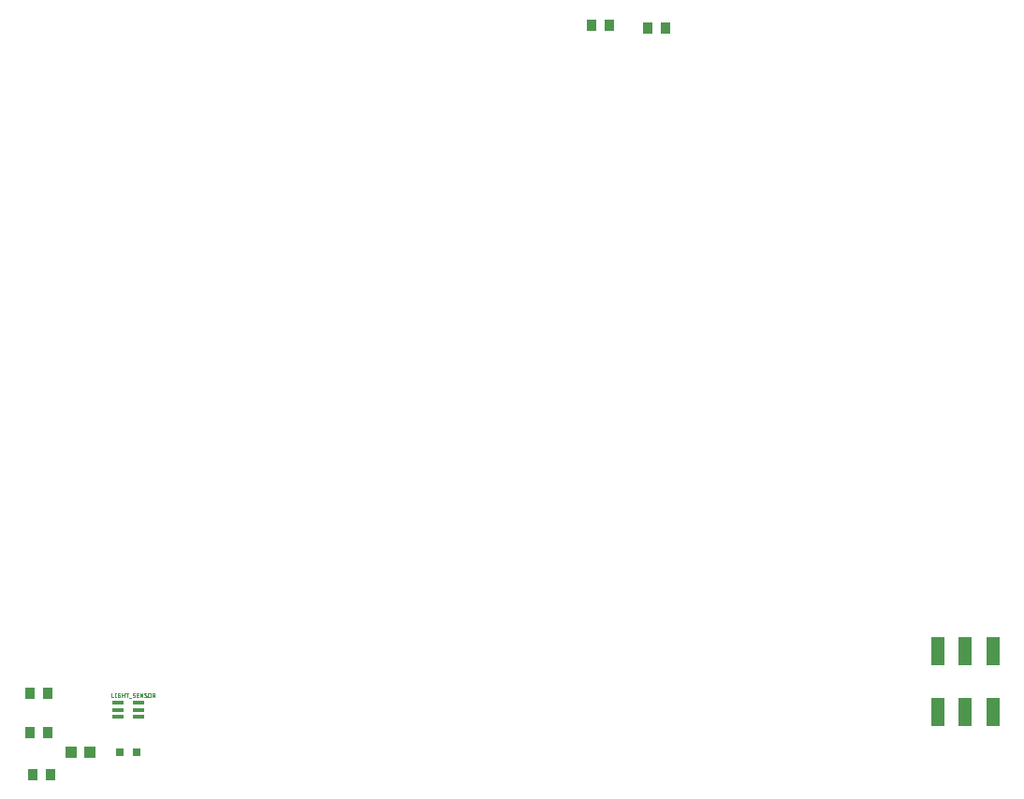
<source format=gbr>
G04 EAGLE Gerber RS-274X export*
G75*
%MOMM*%
%FSLAX34Y34*%
%LPD*%
%INSolderpaste Top*%
%IPPOS*%
%AMOC8*
5,1,8,0,0,1.08239X$1,22.5*%
G01*
%ADD10R,0.975000X0.390000*%
%ADD11C,0.025400*%
%ADD12R,0.800000X0.800000*%
%ADD13R,0.949959X1.031241*%
%ADD14R,1.100000X1.000000*%
%ADD15R,1.200000X2.500000*%


D10*
X249655Y158900D03*
X249655Y152400D03*
X249655Y145900D03*
X268505Y158900D03*
X268505Y152400D03*
X268505Y145900D03*
D11*
X243967Y163687D02*
X243967Y167497D01*
X243967Y163687D02*
X245660Y163687D01*
X247335Y163687D02*
X247335Y167497D01*
X246912Y163687D02*
X247759Y163687D01*
X247759Y167497D02*
X246912Y167497D01*
X250807Y165804D02*
X251442Y165804D01*
X251442Y163687D01*
X250172Y163687D01*
X250117Y163689D01*
X250061Y163694D01*
X250007Y163703D01*
X249953Y163716D01*
X249900Y163732D01*
X249848Y163751D01*
X249797Y163774D01*
X249749Y163800D01*
X249701Y163830D01*
X249656Y163862D01*
X249614Y163897D01*
X249573Y163935D01*
X249535Y163976D01*
X249500Y164018D01*
X249468Y164063D01*
X249438Y164111D01*
X249412Y164159D01*
X249389Y164210D01*
X249370Y164262D01*
X249354Y164315D01*
X249341Y164369D01*
X249332Y164423D01*
X249327Y164479D01*
X249325Y164534D01*
X249325Y166650D01*
X249327Y166708D01*
X249333Y166765D01*
X249343Y166822D01*
X249356Y166879D01*
X249374Y166934D01*
X249395Y166987D01*
X249420Y167040D01*
X249448Y167090D01*
X249480Y167138D01*
X249515Y167185D01*
X249553Y167228D01*
X249594Y167269D01*
X249637Y167307D01*
X249684Y167342D01*
X249732Y167374D01*
X249782Y167402D01*
X249835Y167427D01*
X249888Y167448D01*
X249943Y167466D01*
X250000Y167479D01*
X250057Y167489D01*
X250114Y167495D01*
X250172Y167497D01*
X251442Y167497D01*
X253226Y167497D02*
X253226Y163687D01*
X253226Y165804D02*
X255343Y165804D01*
X255343Y167497D02*
X255343Y163687D01*
X257820Y163687D02*
X257820Y167497D01*
X256762Y167497D02*
X258879Y167497D01*
X260022Y163264D02*
X261715Y163264D01*
X264250Y163687D02*
X264308Y163689D01*
X264365Y163695D01*
X264422Y163705D01*
X264479Y163718D01*
X264534Y163736D01*
X264587Y163757D01*
X264640Y163782D01*
X264690Y163810D01*
X264738Y163842D01*
X264785Y163877D01*
X264828Y163915D01*
X264869Y163956D01*
X264907Y163999D01*
X264942Y164046D01*
X264974Y164094D01*
X265002Y164144D01*
X265027Y164197D01*
X265048Y164250D01*
X265066Y164305D01*
X265079Y164362D01*
X265089Y164419D01*
X265095Y164476D01*
X265097Y164534D01*
X264250Y163687D02*
X264167Y163689D01*
X264084Y163695D01*
X264002Y163704D01*
X263920Y163718D01*
X263839Y163735D01*
X263758Y163756D01*
X263679Y163781D01*
X263601Y163809D01*
X263524Y163841D01*
X263449Y163876D01*
X263376Y163915D01*
X263304Y163958D01*
X263235Y164003D01*
X263168Y164052D01*
X263103Y164104D01*
X263040Y164158D01*
X262980Y164216D01*
X263085Y166650D02*
X263087Y166705D01*
X263092Y166761D01*
X263101Y166815D01*
X263114Y166869D01*
X263130Y166922D01*
X263149Y166974D01*
X263172Y167025D01*
X263198Y167074D01*
X263228Y167121D01*
X263260Y167166D01*
X263295Y167208D01*
X263333Y167249D01*
X263374Y167287D01*
X263416Y167322D01*
X263461Y167354D01*
X263509Y167384D01*
X263557Y167410D01*
X263608Y167433D01*
X263660Y167452D01*
X263713Y167468D01*
X263767Y167481D01*
X263821Y167490D01*
X263877Y167495D01*
X263932Y167497D01*
X263932Y167498D02*
X264011Y167496D01*
X264089Y167490D01*
X264167Y167481D01*
X264244Y167467D01*
X264321Y167450D01*
X264397Y167428D01*
X264471Y167404D01*
X264545Y167375D01*
X264616Y167343D01*
X264686Y167307D01*
X264755Y167268D01*
X264821Y167226D01*
X264885Y167180D01*
X263509Y165909D02*
X263462Y165939D01*
X263417Y165972D01*
X263374Y166008D01*
X263334Y166046D01*
X263296Y166087D01*
X263261Y166130D01*
X263229Y166176D01*
X263199Y166223D01*
X263173Y166273D01*
X263150Y166324D01*
X263131Y166376D01*
X263115Y166429D01*
X263102Y166484D01*
X263093Y166539D01*
X263088Y166594D01*
X263086Y166650D01*
X264674Y165275D02*
X264721Y165245D01*
X264766Y165212D01*
X264809Y165176D01*
X264849Y165138D01*
X264887Y165097D01*
X264922Y165054D01*
X264954Y165008D01*
X264984Y164961D01*
X265010Y164911D01*
X265033Y164860D01*
X265052Y164808D01*
X265068Y164755D01*
X265081Y164700D01*
X265090Y164645D01*
X265095Y164590D01*
X265097Y164534D01*
X264673Y165275D02*
X263509Y165910D01*
X266644Y163687D02*
X268337Y163687D01*
X266644Y163687D02*
X266644Y167497D01*
X268337Y167497D01*
X267914Y165804D02*
X266644Y165804D01*
X269807Y167497D02*
X269807Y163687D01*
X271924Y163687D02*
X269807Y167497D01*
X271924Y167497D02*
X271924Y163687D01*
X274735Y163687D02*
X274793Y163689D01*
X274850Y163695D01*
X274907Y163705D01*
X274964Y163718D01*
X275019Y163736D01*
X275072Y163757D01*
X275125Y163782D01*
X275175Y163810D01*
X275223Y163842D01*
X275270Y163877D01*
X275313Y163915D01*
X275354Y163956D01*
X275392Y163999D01*
X275427Y164046D01*
X275459Y164094D01*
X275487Y164144D01*
X275512Y164197D01*
X275533Y164250D01*
X275551Y164305D01*
X275564Y164362D01*
X275574Y164419D01*
X275580Y164476D01*
X275582Y164534D01*
X274735Y163687D02*
X274652Y163689D01*
X274569Y163695D01*
X274487Y163704D01*
X274405Y163718D01*
X274324Y163735D01*
X274243Y163756D01*
X274164Y163781D01*
X274086Y163809D01*
X274009Y163841D01*
X273934Y163876D01*
X273861Y163915D01*
X273789Y163958D01*
X273720Y164003D01*
X273653Y164052D01*
X273588Y164104D01*
X273525Y164158D01*
X273465Y164216D01*
X273570Y166650D02*
X273572Y166705D01*
X273577Y166761D01*
X273586Y166815D01*
X273599Y166869D01*
X273615Y166922D01*
X273634Y166974D01*
X273657Y167025D01*
X273683Y167074D01*
X273713Y167121D01*
X273745Y167166D01*
X273780Y167208D01*
X273818Y167249D01*
X273859Y167287D01*
X273901Y167322D01*
X273946Y167354D01*
X273994Y167384D01*
X274042Y167410D01*
X274093Y167433D01*
X274145Y167452D01*
X274198Y167468D01*
X274252Y167481D01*
X274306Y167490D01*
X274362Y167495D01*
X274417Y167497D01*
X274417Y167498D02*
X274496Y167496D01*
X274574Y167490D01*
X274652Y167481D01*
X274729Y167467D01*
X274806Y167450D01*
X274882Y167428D01*
X274956Y167404D01*
X275030Y167375D01*
X275101Y167343D01*
X275171Y167307D01*
X275240Y167268D01*
X275306Y167226D01*
X275370Y167180D01*
X273994Y165909D02*
X273947Y165939D01*
X273902Y165972D01*
X273859Y166008D01*
X273819Y166046D01*
X273781Y166087D01*
X273746Y166130D01*
X273714Y166176D01*
X273684Y166223D01*
X273658Y166273D01*
X273635Y166324D01*
X273616Y166376D01*
X273600Y166429D01*
X273587Y166484D01*
X273578Y166539D01*
X273573Y166594D01*
X273571Y166650D01*
X275159Y165275D02*
X275206Y165245D01*
X275251Y165212D01*
X275294Y165176D01*
X275334Y165138D01*
X275372Y165097D01*
X275407Y165054D01*
X275439Y165008D01*
X275469Y164961D01*
X275495Y164911D01*
X275518Y164860D01*
X275537Y164808D01*
X275553Y164755D01*
X275566Y164700D01*
X275575Y164645D01*
X275580Y164590D01*
X275582Y164534D01*
X275158Y165275D02*
X273994Y165910D01*
X277001Y166439D02*
X277001Y164745D01*
X277001Y166439D02*
X277003Y166503D01*
X277009Y166567D01*
X277018Y166630D01*
X277032Y166692D01*
X277049Y166754D01*
X277070Y166814D01*
X277094Y166873D01*
X277122Y166931D01*
X277154Y166986D01*
X277188Y167040D01*
X277226Y167091D01*
X277267Y167141D01*
X277311Y167187D01*
X277357Y167231D01*
X277407Y167272D01*
X277458Y167310D01*
X277512Y167344D01*
X277567Y167376D01*
X277625Y167404D01*
X277684Y167428D01*
X277744Y167449D01*
X277806Y167466D01*
X277868Y167480D01*
X277931Y167489D01*
X277995Y167495D01*
X278059Y167497D01*
X278123Y167495D01*
X278187Y167489D01*
X278250Y167480D01*
X278312Y167466D01*
X278374Y167449D01*
X278434Y167428D01*
X278493Y167404D01*
X278551Y167376D01*
X278606Y167344D01*
X278660Y167310D01*
X278711Y167272D01*
X278761Y167231D01*
X278807Y167187D01*
X278851Y167141D01*
X278892Y167091D01*
X278930Y167040D01*
X278964Y166986D01*
X278996Y166931D01*
X279024Y166873D01*
X279048Y166814D01*
X279069Y166754D01*
X279086Y166692D01*
X279100Y166630D01*
X279109Y166567D01*
X279115Y166503D01*
X279117Y166439D01*
X279117Y164745D01*
X279115Y164681D01*
X279109Y164617D01*
X279100Y164554D01*
X279086Y164492D01*
X279069Y164430D01*
X279048Y164370D01*
X279024Y164311D01*
X278996Y164253D01*
X278964Y164198D01*
X278930Y164144D01*
X278892Y164093D01*
X278851Y164043D01*
X278807Y163997D01*
X278761Y163953D01*
X278711Y163912D01*
X278660Y163874D01*
X278606Y163840D01*
X278551Y163808D01*
X278493Y163780D01*
X278434Y163756D01*
X278374Y163735D01*
X278312Y163718D01*
X278250Y163704D01*
X278187Y163695D01*
X278123Y163689D01*
X278059Y163687D01*
X277995Y163689D01*
X277931Y163695D01*
X277868Y163704D01*
X277806Y163718D01*
X277744Y163735D01*
X277684Y163756D01*
X277625Y163780D01*
X277567Y163808D01*
X277512Y163840D01*
X277458Y163874D01*
X277407Y163912D01*
X277357Y163953D01*
X277311Y163997D01*
X277267Y164043D01*
X277226Y164093D01*
X277188Y164144D01*
X277154Y164198D01*
X277122Y164253D01*
X277094Y164311D01*
X277070Y164370D01*
X277049Y164430D01*
X277032Y164492D01*
X277018Y164554D01*
X277009Y164617D01*
X277003Y164681D01*
X277001Y164745D01*
X280801Y163687D02*
X280801Y167497D01*
X281859Y167497D01*
X281923Y167495D01*
X281987Y167489D01*
X282050Y167480D01*
X282112Y167466D01*
X282174Y167449D01*
X282234Y167428D01*
X282293Y167404D01*
X282351Y167376D01*
X282406Y167344D01*
X282460Y167310D01*
X282511Y167272D01*
X282561Y167231D01*
X282607Y167187D01*
X282651Y167141D01*
X282692Y167091D01*
X282730Y167040D01*
X282764Y166986D01*
X282796Y166931D01*
X282824Y166873D01*
X282848Y166814D01*
X282869Y166754D01*
X282886Y166692D01*
X282900Y166630D01*
X282909Y166567D01*
X282915Y166503D01*
X282917Y166439D01*
X282915Y166375D01*
X282909Y166311D01*
X282900Y166248D01*
X282886Y166186D01*
X282869Y166124D01*
X282848Y166064D01*
X282824Y166005D01*
X282796Y165947D01*
X282764Y165892D01*
X282730Y165838D01*
X282692Y165787D01*
X282651Y165737D01*
X282607Y165691D01*
X282561Y165647D01*
X282511Y165606D01*
X282460Y165568D01*
X282406Y165534D01*
X282351Y165502D01*
X282293Y165474D01*
X282234Y165450D01*
X282174Y165429D01*
X282112Y165412D01*
X282050Y165398D01*
X281987Y165389D01*
X281923Y165383D01*
X281859Y165381D01*
X281859Y165380D02*
X280801Y165380D01*
X282071Y165380D02*
X282918Y163687D01*
D12*
X266580Y114300D03*
X251580Y114300D03*
D13*
X185801Y132080D03*
X169799Y132080D03*
X185801Y167640D03*
X169799Y167640D03*
X172339Y93980D03*
X188341Y93980D03*
D14*
X207400Y114300D03*
X224400Y114300D03*
D15*
X991000Y150300D03*
X1016000Y150300D03*
X1041000Y150300D03*
X991000Y205300D03*
X1016000Y205300D03*
X1041000Y205300D03*
D13*
X728599Y769620D03*
X744601Y769620D03*
X677799Y772160D03*
X693801Y772160D03*
M02*

</source>
